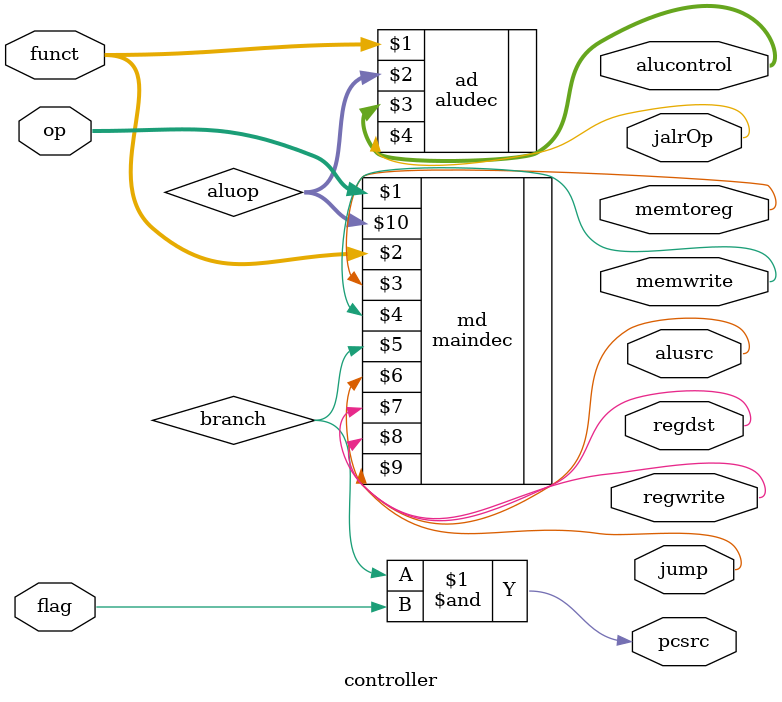
<source format=sv>
module controller(input  logic[5:0] op, funct,
                  input  logic     flag,
                  output logic     memtoreg, memwrite,
                  output logic     pcsrc, alusrc,
                  output logic     regdst, regwrite,
                  output logic     jump, jalrOp,
                  output logic[2:0] alucontrol);

   logic [1:0] aluop;
   logic       branch;
   maindec md (op, funct, memtoreg, memwrite, branch, alusrc, regdst, regwrite, 
		 jump, aluop);

   aludec  ad (funct, aluop, alucontrol, jalrOp);

   assign pcsrc = branch & flag;

endmodule

</source>
